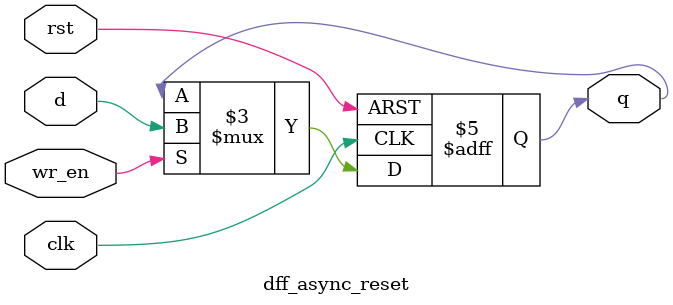
<source format=sv>

module dff_async_reset  #(parameter int WIDTH = 1,
                        parameter logic [WIDTH-1:0] RESET_VALUE = '0) 

(
    input  logic [WIDTH-1:0]     d,
    input  logic                 clk,
    input  logic                 rst, // async reset, active low
    input  logic                 wr_en,
    output logic [WIDTH-1:0]     q
);

    always_ff @(posedge clk or negedge rst) begin
        if(!rst)
            q <= RESET_VALUE;
        else if(wr_en)
            q <= d;
    end
endmodule
</source>
